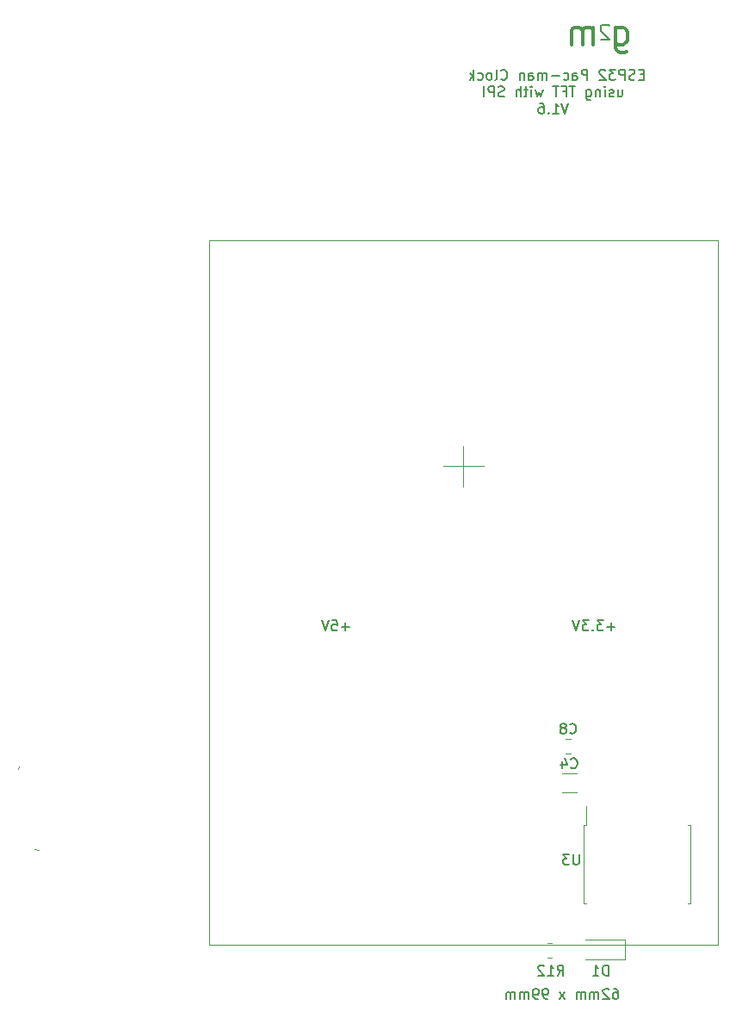
<source format=gbr>
%TF.GenerationSoftware,KiCad,Pcbnew,(5.1.10)-1*%
%TF.CreationDate,2023-09-30T19:16:06-07:00*%
%TF.ProjectId,PacmanClock_ESP32_SPI_v1_6,5061636d-616e-4436-9c6f-636b5f455350,1.6*%
%TF.SameCoordinates,Original*%
%TF.FileFunction,Legend,Bot*%
%TF.FilePolarity,Positive*%
%FSLAX46Y46*%
G04 Gerber Fmt 4.6, Leading zero omitted, Abs format (unit mm)*
G04 Created by KiCad (PCBNEW (5.1.10)-1) date 2023-09-30 19:16:06*
%MOMM*%
%LPD*%
G01*
G04 APERTURE LIST*
%ADD10C,0.120000*%
%ADD11C,0.150000*%
%ADD12C,0.300000*%
G04 APERTURE END LIST*
D10*
X165000000Y-100600000D02*
X165000000Y-104600000D01*
X163000000Y-102600000D02*
X167000000Y-102600000D01*
X190000000Y-80400000D02*
X190000000Y-149600000D01*
X121300000Y-132100000D02*
X121200000Y-132400000D01*
X123200000Y-140300000D02*
X122800000Y-140200000D01*
X140000000Y-80400000D02*
X140000000Y-149600000D01*
X140000000Y-149600000D02*
X190000000Y-149600000D01*
X140000000Y-80400000D02*
X190000000Y-80400000D01*
D11*
X179771428Y-153952380D02*
X179961904Y-153952380D01*
X180057142Y-154000000D01*
X180104761Y-154047619D01*
X180200000Y-154190476D01*
X180247619Y-154380952D01*
X180247619Y-154761904D01*
X180200000Y-154857142D01*
X180152380Y-154904761D01*
X180057142Y-154952380D01*
X179866666Y-154952380D01*
X179771428Y-154904761D01*
X179723809Y-154857142D01*
X179676190Y-154761904D01*
X179676190Y-154523809D01*
X179723809Y-154428571D01*
X179771428Y-154380952D01*
X179866666Y-154333333D01*
X180057142Y-154333333D01*
X180152380Y-154380952D01*
X180200000Y-154428571D01*
X180247619Y-154523809D01*
X179295238Y-154047619D02*
X179247619Y-154000000D01*
X179152380Y-153952380D01*
X178914285Y-153952380D01*
X178819047Y-154000000D01*
X178771428Y-154047619D01*
X178723809Y-154142857D01*
X178723809Y-154238095D01*
X178771428Y-154380952D01*
X179342857Y-154952380D01*
X178723809Y-154952380D01*
X178295238Y-154952380D02*
X178295238Y-154285714D01*
X178295238Y-154380952D02*
X178247619Y-154333333D01*
X178152380Y-154285714D01*
X178009523Y-154285714D01*
X177914285Y-154333333D01*
X177866666Y-154428571D01*
X177866666Y-154952380D01*
X177866666Y-154428571D02*
X177819047Y-154333333D01*
X177723809Y-154285714D01*
X177580952Y-154285714D01*
X177485714Y-154333333D01*
X177438095Y-154428571D01*
X177438095Y-154952380D01*
X176961904Y-154952380D02*
X176961904Y-154285714D01*
X176961904Y-154380952D02*
X176914285Y-154333333D01*
X176819047Y-154285714D01*
X176676190Y-154285714D01*
X176580952Y-154333333D01*
X176533333Y-154428571D01*
X176533333Y-154952380D01*
X176533333Y-154428571D02*
X176485714Y-154333333D01*
X176390476Y-154285714D01*
X176247619Y-154285714D01*
X176152380Y-154333333D01*
X176104761Y-154428571D01*
X176104761Y-154952380D01*
X174961904Y-154952380D02*
X174438095Y-154285714D01*
X174961904Y-154285714D02*
X174438095Y-154952380D01*
X173247619Y-154952380D02*
X173057142Y-154952380D01*
X172961904Y-154904761D01*
X172914285Y-154857142D01*
X172819047Y-154714285D01*
X172771428Y-154523809D01*
X172771428Y-154142857D01*
X172819047Y-154047619D01*
X172866666Y-154000000D01*
X172961904Y-153952380D01*
X173152380Y-153952380D01*
X173247619Y-154000000D01*
X173295238Y-154047619D01*
X173342857Y-154142857D01*
X173342857Y-154380952D01*
X173295238Y-154476190D01*
X173247619Y-154523809D01*
X173152380Y-154571428D01*
X172961904Y-154571428D01*
X172866666Y-154523809D01*
X172819047Y-154476190D01*
X172771428Y-154380952D01*
X172295238Y-154952380D02*
X172104761Y-154952380D01*
X172009523Y-154904761D01*
X171961904Y-154857142D01*
X171866666Y-154714285D01*
X171819047Y-154523809D01*
X171819047Y-154142857D01*
X171866666Y-154047619D01*
X171914285Y-154000000D01*
X172009523Y-153952380D01*
X172200000Y-153952380D01*
X172295238Y-154000000D01*
X172342857Y-154047619D01*
X172390476Y-154142857D01*
X172390476Y-154380952D01*
X172342857Y-154476190D01*
X172295238Y-154523809D01*
X172200000Y-154571428D01*
X172009523Y-154571428D01*
X171914285Y-154523809D01*
X171866666Y-154476190D01*
X171819047Y-154380952D01*
X171390476Y-154952380D02*
X171390476Y-154285714D01*
X171390476Y-154380952D02*
X171342857Y-154333333D01*
X171247619Y-154285714D01*
X171104761Y-154285714D01*
X171009523Y-154333333D01*
X170961904Y-154428571D01*
X170961904Y-154952380D01*
X170961904Y-154428571D02*
X170914285Y-154333333D01*
X170819047Y-154285714D01*
X170676190Y-154285714D01*
X170580952Y-154333333D01*
X170533333Y-154428571D01*
X170533333Y-154952380D01*
X170057142Y-154952380D02*
X170057142Y-154285714D01*
X170057142Y-154380952D02*
X170009523Y-154333333D01*
X169914285Y-154285714D01*
X169771428Y-154285714D01*
X169676190Y-154333333D01*
X169628571Y-154428571D01*
X169628571Y-154952380D01*
X169628571Y-154428571D02*
X169580952Y-154333333D01*
X169485714Y-154285714D01*
X169342857Y-154285714D01*
X169247619Y-154333333D01*
X169200000Y-154428571D01*
X169200000Y-154952380D01*
X182704761Y-64078571D02*
X182371428Y-64078571D01*
X182228571Y-64602380D02*
X182704761Y-64602380D01*
X182704761Y-63602380D01*
X182228571Y-63602380D01*
X181847619Y-64554761D02*
X181704761Y-64602380D01*
X181466666Y-64602380D01*
X181371428Y-64554761D01*
X181323809Y-64507142D01*
X181276190Y-64411904D01*
X181276190Y-64316666D01*
X181323809Y-64221428D01*
X181371428Y-64173809D01*
X181466666Y-64126190D01*
X181657142Y-64078571D01*
X181752380Y-64030952D01*
X181800000Y-63983333D01*
X181847619Y-63888095D01*
X181847619Y-63792857D01*
X181800000Y-63697619D01*
X181752380Y-63650000D01*
X181657142Y-63602380D01*
X181419047Y-63602380D01*
X181276190Y-63650000D01*
X180847619Y-64602380D02*
X180847619Y-63602380D01*
X180466666Y-63602380D01*
X180371428Y-63650000D01*
X180323809Y-63697619D01*
X180276190Y-63792857D01*
X180276190Y-63935714D01*
X180323809Y-64030952D01*
X180371428Y-64078571D01*
X180466666Y-64126190D01*
X180847619Y-64126190D01*
X179942857Y-63602380D02*
X179323809Y-63602380D01*
X179657142Y-63983333D01*
X179514285Y-63983333D01*
X179419047Y-64030952D01*
X179371428Y-64078571D01*
X179323809Y-64173809D01*
X179323809Y-64411904D01*
X179371428Y-64507142D01*
X179419047Y-64554761D01*
X179514285Y-64602380D01*
X179800000Y-64602380D01*
X179895238Y-64554761D01*
X179942857Y-64507142D01*
X178942857Y-63697619D02*
X178895238Y-63650000D01*
X178800000Y-63602380D01*
X178561904Y-63602380D01*
X178466666Y-63650000D01*
X178419047Y-63697619D01*
X178371428Y-63792857D01*
X178371428Y-63888095D01*
X178419047Y-64030952D01*
X178990476Y-64602380D01*
X178371428Y-64602380D01*
X177180952Y-64602380D02*
X177180952Y-63602380D01*
X176800000Y-63602380D01*
X176704761Y-63650000D01*
X176657142Y-63697619D01*
X176609523Y-63792857D01*
X176609523Y-63935714D01*
X176657142Y-64030952D01*
X176704761Y-64078571D01*
X176800000Y-64126190D01*
X177180952Y-64126190D01*
X175752380Y-64602380D02*
X175752380Y-64078571D01*
X175800000Y-63983333D01*
X175895238Y-63935714D01*
X176085714Y-63935714D01*
X176180952Y-63983333D01*
X175752380Y-64554761D02*
X175847619Y-64602380D01*
X176085714Y-64602380D01*
X176180952Y-64554761D01*
X176228571Y-64459523D01*
X176228571Y-64364285D01*
X176180952Y-64269047D01*
X176085714Y-64221428D01*
X175847619Y-64221428D01*
X175752380Y-64173809D01*
X174847619Y-64554761D02*
X174942857Y-64602380D01*
X175133333Y-64602380D01*
X175228571Y-64554761D01*
X175276190Y-64507142D01*
X175323809Y-64411904D01*
X175323809Y-64126190D01*
X175276190Y-64030952D01*
X175228571Y-63983333D01*
X175133333Y-63935714D01*
X174942857Y-63935714D01*
X174847619Y-63983333D01*
X174419047Y-64221428D02*
X173657142Y-64221428D01*
X173180952Y-64602380D02*
X173180952Y-63935714D01*
X173180952Y-64030952D02*
X173133333Y-63983333D01*
X173038095Y-63935714D01*
X172895238Y-63935714D01*
X172800000Y-63983333D01*
X172752380Y-64078571D01*
X172752380Y-64602380D01*
X172752380Y-64078571D02*
X172704761Y-63983333D01*
X172609523Y-63935714D01*
X172466666Y-63935714D01*
X172371428Y-63983333D01*
X172323809Y-64078571D01*
X172323809Y-64602380D01*
X171419047Y-64602380D02*
X171419047Y-64078571D01*
X171466666Y-63983333D01*
X171561904Y-63935714D01*
X171752380Y-63935714D01*
X171847619Y-63983333D01*
X171419047Y-64554761D02*
X171514285Y-64602380D01*
X171752380Y-64602380D01*
X171847619Y-64554761D01*
X171895238Y-64459523D01*
X171895238Y-64364285D01*
X171847619Y-64269047D01*
X171752380Y-64221428D01*
X171514285Y-64221428D01*
X171419047Y-64173809D01*
X170942857Y-63935714D02*
X170942857Y-64602380D01*
X170942857Y-64030952D02*
X170895238Y-63983333D01*
X170800000Y-63935714D01*
X170657142Y-63935714D01*
X170561904Y-63983333D01*
X170514285Y-64078571D01*
X170514285Y-64602380D01*
X168704761Y-64507142D02*
X168752380Y-64554761D01*
X168895238Y-64602380D01*
X168990476Y-64602380D01*
X169133333Y-64554761D01*
X169228571Y-64459523D01*
X169276190Y-64364285D01*
X169323809Y-64173809D01*
X169323809Y-64030952D01*
X169276190Y-63840476D01*
X169228571Y-63745238D01*
X169133333Y-63650000D01*
X168990476Y-63602380D01*
X168895238Y-63602380D01*
X168752380Y-63650000D01*
X168704761Y-63697619D01*
X168133333Y-64602380D02*
X168228571Y-64554761D01*
X168276190Y-64459523D01*
X168276190Y-63602380D01*
X167609523Y-64602380D02*
X167704761Y-64554761D01*
X167752380Y-64507142D01*
X167800000Y-64411904D01*
X167800000Y-64126190D01*
X167752380Y-64030952D01*
X167704761Y-63983333D01*
X167609523Y-63935714D01*
X167466666Y-63935714D01*
X167371428Y-63983333D01*
X167323809Y-64030952D01*
X167276190Y-64126190D01*
X167276190Y-64411904D01*
X167323809Y-64507142D01*
X167371428Y-64554761D01*
X167466666Y-64602380D01*
X167609523Y-64602380D01*
X166419047Y-64554761D02*
X166514285Y-64602380D01*
X166704761Y-64602380D01*
X166800000Y-64554761D01*
X166847619Y-64507142D01*
X166895238Y-64411904D01*
X166895238Y-64126190D01*
X166847619Y-64030952D01*
X166800000Y-63983333D01*
X166704761Y-63935714D01*
X166514285Y-63935714D01*
X166419047Y-63983333D01*
X165990476Y-64602380D02*
X165990476Y-63602380D01*
X165895238Y-64221428D02*
X165609523Y-64602380D01*
X165609523Y-63935714D02*
X165990476Y-64316666D01*
X180180952Y-65585714D02*
X180180952Y-66252380D01*
X180609523Y-65585714D02*
X180609523Y-66109523D01*
X180561904Y-66204761D01*
X180466666Y-66252380D01*
X180323809Y-66252380D01*
X180228571Y-66204761D01*
X180180952Y-66157142D01*
X179752380Y-66204761D02*
X179657142Y-66252380D01*
X179466666Y-66252380D01*
X179371428Y-66204761D01*
X179323809Y-66109523D01*
X179323809Y-66061904D01*
X179371428Y-65966666D01*
X179466666Y-65919047D01*
X179609523Y-65919047D01*
X179704761Y-65871428D01*
X179752380Y-65776190D01*
X179752380Y-65728571D01*
X179704761Y-65633333D01*
X179609523Y-65585714D01*
X179466666Y-65585714D01*
X179371428Y-65633333D01*
X178895238Y-66252380D02*
X178895238Y-65585714D01*
X178895238Y-65252380D02*
X178942857Y-65300000D01*
X178895238Y-65347619D01*
X178847619Y-65300000D01*
X178895238Y-65252380D01*
X178895238Y-65347619D01*
X178419047Y-65585714D02*
X178419047Y-66252380D01*
X178419047Y-65680952D02*
X178371428Y-65633333D01*
X178276190Y-65585714D01*
X178133333Y-65585714D01*
X178038095Y-65633333D01*
X177990476Y-65728571D01*
X177990476Y-66252380D01*
X177085714Y-65585714D02*
X177085714Y-66395238D01*
X177133333Y-66490476D01*
X177180952Y-66538095D01*
X177276190Y-66585714D01*
X177419047Y-66585714D01*
X177514285Y-66538095D01*
X177085714Y-66204761D02*
X177180952Y-66252380D01*
X177371428Y-66252380D01*
X177466666Y-66204761D01*
X177514285Y-66157142D01*
X177561904Y-66061904D01*
X177561904Y-65776190D01*
X177514285Y-65680952D01*
X177466666Y-65633333D01*
X177371428Y-65585714D01*
X177180952Y-65585714D01*
X177085714Y-65633333D01*
X175990476Y-65252380D02*
X175419047Y-65252380D01*
X175704761Y-66252380D02*
X175704761Y-65252380D01*
X174752380Y-65728571D02*
X175085714Y-65728571D01*
X175085714Y-66252380D02*
X175085714Y-65252380D01*
X174609523Y-65252380D01*
X174371428Y-65252380D02*
X173800000Y-65252380D01*
X174085714Y-66252380D02*
X174085714Y-65252380D01*
X172800000Y-65585714D02*
X172609523Y-66252380D01*
X172419047Y-65776190D01*
X172228571Y-66252380D01*
X172038095Y-65585714D01*
X171657142Y-66252380D02*
X171657142Y-65585714D01*
X171657142Y-65252380D02*
X171704761Y-65300000D01*
X171657142Y-65347619D01*
X171609523Y-65300000D01*
X171657142Y-65252380D01*
X171657142Y-65347619D01*
X171323809Y-65585714D02*
X170942857Y-65585714D01*
X171180952Y-65252380D02*
X171180952Y-66109523D01*
X171133333Y-66204761D01*
X171038095Y-66252380D01*
X170942857Y-66252380D01*
X170609523Y-66252380D02*
X170609523Y-65252380D01*
X170180952Y-66252380D02*
X170180952Y-65728571D01*
X170228571Y-65633333D01*
X170323809Y-65585714D01*
X170466666Y-65585714D01*
X170561904Y-65633333D01*
X170609523Y-65680952D01*
X168990476Y-66204761D02*
X168847619Y-66252380D01*
X168609523Y-66252380D01*
X168514285Y-66204761D01*
X168466666Y-66157142D01*
X168419047Y-66061904D01*
X168419047Y-65966666D01*
X168466666Y-65871428D01*
X168514285Y-65823809D01*
X168609523Y-65776190D01*
X168800000Y-65728571D01*
X168895238Y-65680952D01*
X168942857Y-65633333D01*
X168990476Y-65538095D01*
X168990476Y-65442857D01*
X168942857Y-65347619D01*
X168895238Y-65300000D01*
X168800000Y-65252380D01*
X168561904Y-65252380D01*
X168419047Y-65300000D01*
X167990476Y-66252380D02*
X167990476Y-65252380D01*
X167609523Y-65252380D01*
X167514285Y-65300000D01*
X167466666Y-65347619D01*
X167419047Y-65442857D01*
X167419047Y-65585714D01*
X167466666Y-65680952D01*
X167514285Y-65728571D01*
X167609523Y-65776190D01*
X167990476Y-65776190D01*
X166990476Y-66252380D02*
X166990476Y-65252380D01*
X175323809Y-66902380D02*
X174990476Y-67902380D01*
X174657142Y-66902380D01*
X173800000Y-67902380D02*
X174371428Y-67902380D01*
X174085714Y-67902380D02*
X174085714Y-66902380D01*
X174180952Y-67045238D01*
X174276190Y-67140476D01*
X174371428Y-67188095D01*
X173371428Y-67807142D02*
X173323809Y-67854761D01*
X173371428Y-67902380D01*
X173419047Y-67854761D01*
X173371428Y-67807142D01*
X173371428Y-67902380D01*
X172466666Y-66902380D02*
X172657142Y-66902380D01*
X172752380Y-66950000D01*
X172800000Y-66997619D01*
X172895238Y-67140476D01*
X172942857Y-67330952D01*
X172942857Y-67711904D01*
X172895238Y-67807142D01*
X172847619Y-67854761D01*
X172752380Y-67902380D01*
X172561904Y-67902380D01*
X172466666Y-67854761D01*
X172419047Y-67807142D01*
X172371428Y-67711904D01*
X172371428Y-67473809D01*
X172419047Y-67378571D01*
X172466666Y-67330952D01*
X172561904Y-67283333D01*
X172752380Y-67283333D01*
X172847619Y-67330952D01*
X172895238Y-67378571D01*
X172942857Y-67473809D01*
X179900000Y-118371428D02*
X179138095Y-118371428D01*
X179519047Y-118752380D02*
X179519047Y-117990476D01*
X178757142Y-117752380D02*
X178138095Y-117752380D01*
X178471428Y-118133333D01*
X178328571Y-118133333D01*
X178233333Y-118180952D01*
X178185714Y-118228571D01*
X178138095Y-118323809D01*
X178138095Y-118561904D01*
X178185714Y-118657142D01*
X178233333Y-118704761D01*
X178328571Y-118752380D01*
X178614285Y-118752380D01*
X178709523Y-118704761D01*
X178757142Y-118657142D01*
X177709523Y-118657142D02*
X177661904Y-118704761D01*
X177709523Y-118752380D01*
X177757142Y-118704761D01*
X177709523Y-118657142D01*
X177709523Y-118752380D01*
X177328571Y-117752380D02*
X176709523Y-117752380D01*
X177042857Y-118133333D01*
X176900000Y-118133333D01*
X176804761Y-118180952D01*
X176757142Y-118228571D01*
X176709523Y-118323809D01*
X176709523Y-118561904D01*
X176757142Y-118657142D01*
X176804761Y-118704761D01*
X176900000Y-118752380D01*
X177185714Y-118752380D01*
X177280952Y-118704761D01*
X177328571Y-118657142D01*
X176423809Y-117752380D02*
X176090476Y-118752380D01*
X175757142Y-117752380D01*
X153785714Y-118371428D02*
X153023809Y-118371428D01*
X153404761Y-118752380D02*
X153404761Y-117990476D01*
X152071428Y-117752380D02*
X152547619Y-117752380D01*
X152595238Y-118228571D01*
X152547619Y-118180952D01*
X152452380Y-118133333D01*
X152214285Y-118133333D01*
X152119047Y-118180952D01*
X152071428Y-118228571D01*
X152023809Y-118323809D01*
X152023809Y-118561904D01*
X152071428Y-118657142D01*
X152119047Y-118704761D01*
X152214285Y-118752380D01*
X152452380Y-118752380D01*
X152547619Y-118704761D01*
X152595238Y-118657142D01*
X151738095Y-117752380D02*
X151404761Y-118752380D01*
X151071428Y-117752380D01*
X179328571Y-59321428D02*
X179257142Y-59250000D01*
X179114285Y-59178571D01*
X178757142Y-59178571D01*
X178614285Y-59250000D01*
X178542857Y-59321428D01*
X178471428Y-59464285D01*
X178471428Y-59607142D01*
X178542857Y-59821428D01*
X179400000Y-60678571D01*
X178471428Y-60678571D01*
D12*
X177771428Y-61130952D02*
X177771428Y-59464285D01*
X177771428Y-59702380D02*
X177652380Y-59583333D01*
X177414285Y-59464285D01*
X177057142Y-59464285D01*
X176819047Y-59583333D01*
X176700000Y-59821428D01*
X176700000Y-61130952D01*
X176700000Y-59821428D02*
X176580952Y-59583333D01*
X176342857Y-59464285D01*
X175985714Y-59464285D01*
X175747619Y-59583333D01*
X175628571Y-59821428D01*
X175628571Y-61130952D01*
X179964285Y-59464285D02*
X179964285Y-61488095D01*
X180083333Y-61726190D01*
X180202380Y-61845238D01*
X180440476Y-61964285D01*
X180797619Y-61964285D01*
X181035714Y-61845238D01*
X179964285Y-61011904D02*
X180202380Y-61130952D01*
X180678571Y-61130952D01*
X180916666Y-61011904D01*
X181035714Y-60892857D01*
X181154761Y-60654761D01*
X181154761Y-59940476D01*
X181035714Y-59702380D01*
X180916666Y-59583333D01*
X180678571Y-59464285D01*
X180202380Y-59464285D01*
X179964285Y-59583333D01*
D10*
%TO.C,C4*%
X176111252Y-132790000D02*
X174688748Y-132790000D01*
X176111252Y-134610000D02*
X174688748Y-134610000D01*
%TO.C,D1*%
X180850000Y-149100000D02*
X176950000Y-149100000D01*
X180850000Y-151100000D02*
X176950000Y-151100000D01*
X180850000Y-149100000D02*
X180850000Y-151100000D01*
%TO.C,C8*%
X175561252Y-130835000D02*
X175038748Y-130835000D01*
X175561252Y-129365000D02*
X175038748Y-129365000D01*
%TO.C,R12*%
X173727064Y-150935000D02*
X173272936Y-150935000D01*
X173727064Y-149465000D02*
X173272936Y-149465000D01*
%TO.C,U3*%
X177095000Y-137840000D02*
X177095000Y-136025000D01*
X176840000Y-137840000D02*
X177095000Y-137840000D01*
X176840000Y-141700000D02*
X176840000Y-137840000D01*
X176840000Y-145560000D02*
X177095000Y-145560000D01*
X176840000Y-141700000D02*
X176840000Y-145560000D01*
X187360000Y-137840000D02*
X187105000Y-137840000D01*
X187360000Y-141700000D02*
X187360000Y-137840000D01*
X187360000Y-145560000D02*
X187105000Y-145560000D01*
X187360000Y-141700000D02*
X187360000Y-145560000D01*
%TO.C,C4*%
D11*
X175566666Y-132207142D02*
X175614285Y-132254761D01*
X175757142Y-132302380D01*
X175852380Y-132302380D01*
X175995238Y-132254761D01*
X176090476Y-132159523D01*
X176138095Y-132064285D01*
X176185714Y-131873809D01*
X176185714Y-131730952D01*
X176138095Y-131540476D01*
X176090476Y-131445238D01*
X175995238Y-131350000D01*
X175852380Y-131302380D01*
X175757142Y-131302380D01*
X175614285Y-131350000D01*
X175566666Y-131397619D01*
X174709523Y-131635714D02*
X174709523Y-132302380D01*
X174947619Y-131254761D02*
X175185714Y-131969047D01*
X174566666Y-131969047D01*
%TO.C,D1*%
X179238095Y-152652380D02*
X179238095Y-151652380D01*
X179000000Y-151652380D01*
X178857142Y-151700000D01*
X178761904Y-151795238D01*
X178714285Y-151890476D01*
X178666666Y-152080952D01*
X178666666Y-152223809D01*
X178714285Y-152414285D01*
X178761904Y-152509523D01*
X178857142Y-152604761D01*
X179000000Y-152652380D01*
X179238095Y-152652380D01*
X177714285Y-152652380D02*
X178285714Y-152652380D01*
X178000000Y-152652380D02*
X178000000Y-151652380D01*
X178095238Y-151795238D01*
X178190476Y-151890476D01*
X178285714Y-151938095D01*
%TO.C,C8*%
X175466666Y-128777142D02*
X175514285Y-128824761D01*
X175657142Y-128872380D01*
X175752380Y-128872380D01*
X175895238Y-128824761D01*
X175990476Y-128729523D01*
X176038095Y-128634285D01*
X176085714Y-128443809D01*
X176085714Y-128300952D01*
X176038095Y-128110476D01*
X175990476Y-128015238D01*
X175895238Y-127920000D01*
X175752380Y-127872380D01*
X175657142Y-127872380D01*
X175514285Y-127920000D01*
X175466666Y-127967619D01*
X174895238Y-128300952D02*
X174990476Y-128253333D01*
X175038095Y-128205714D01*
X175085714Y-128110476D01*
X175085714Y-128062857D01*
X175038095Y-127967619D01*
X174990476Y-127920000D01*
X174895238Y-127872380D01*
X174704761Y-127872380D01*
X174609523Y-127920000D01*
X174561904Y-127967619D01*
X174514285Y-128062857D01*
X174514285Y-128110476D01*
X174561904Y-128205714D01*
X174609523Y-128253333D01*
X174704761Y-128300952D01*
X174895238Y-128300952D01*
X174990476Y-128348571D01*
X175038095Y-128396190D01*
X175085714Y-128491428D01*
X175085714Y-128681904D01*
X175038095Y-128777142D01*
X174990476Y-128824761D01*
X174895238Y-128872380D01*
X174704761Y-128872380D01*
X174609523Y-128824761D01*
X174561904Y-128777142D01*
X174514285Y-128681904D01*
X174514285Y-128491428D01*
X174561904Y-128396190D01*
X174609523Y-128348571D01*
X174704761Y-128300952D01*
%TO.C,R12*%
X174242857Y-152652380D02*
X174576190Y-152176190D01*
X174814285Y-152652380D02*
X174814285Y-151652380D01*
X174433333Y-151652380D01*
X174338095Y-151700000D01*
X174290476Y-151747619D01*
X174242857Y-151842857D01*
X174242857Y-151985714D01*
X174290476Y-152080952D01*
X174338095Y-152128571D01*
X174433333Y-152176190D01*
X174814285Y-152176190D01*
X173290476Y-152652380D02*
X173861904Y-152652380D01*
X173576190Y-152652380D02*
X173576190Y-151652380D01*
X173671428Y-151795238D01*
X173766666Y-151890476D01*
X173861904Y-151938095D01*
X172909523Y-151747619D02*
X172861904Y-151700000D01*
X172766666Y-151652380D01*
X172528571Y-151652380D01*
X172433333Y-151700000D01*
X172385714Y-151747619D01*
X172338095Y-151842857D01*
X172338095Y-151938095D01*
X172385714Y-152080952D01*
X172957142Y-152652380D01*
X172338095Y-152652380D01*
%TO.C,U3*%
X176361904Y-140752380D02*
X176361904Y-141561904D01*
X176314285Y-141657142D01*
X176266666Y-141704761D01*
X176171428Y-141752380D01*
X175980952Y-141752380D01*
X175885714Y-141704761D01*
X175838095Y-141657142D01*
X175790476Y-141561904D01*
X175790476Y-140752380D01*
X175409523Y-140752380D02*
X174790476Y-140752380D01*
X175123809Y-141133333D01*
X174980952Y-141133333D01*
X174885714Y-141180952D01*
X174838095Y-141228571D01*
X174790476Y-141323809D01*
X174790476Y-141561904D01*
X174838095Y-141657142D01*
X174885714Y-141704761D01*
X174980952Y-141752380D01*
X175266666Y-141752380D01*
X175361904Y-141704761D01*
X175409523Y-141657142D01*
%TD*%
M02*

</source>
